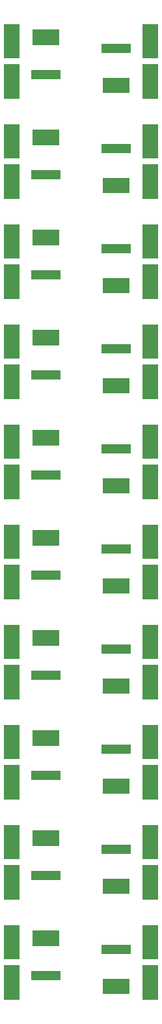
<source format=gbr>
G04 start of page 11 for group -4014 idx -4014 *
G04 Title: (unknown), bottompaste *
G04 Creator: pcb 4.0.2 *
G04 CreationDate: Fri Feb  3 04:46:59 2023 UTC *
G04 For: ndholmes *
G04 Format: Gerber/RS-274X *
G04 PCB-Dimensions (mil): 1620.00 5800.00 *
G04 PCB-Coordinate-Origin: lower left *
%MOIN*%
%FSLAX25Y25*%
%LNBOTTOMPASTE*%
%ADD29C,0.0001*%
G54D29*G36*
X55520Y515232D02*Y510508D01*
X70480D01*
Y515232D01*
X55520D01*
G37*
G36*
X56307Y535705D02*Y527831D01*
X69693D01*
Y535705D01*
X56307D01*
G37*
G36*
X49500Y518000D02*X41500D01*
Y500500D01*
X49500D01*
Y518000D01*
G37*
G36*
Y538500D02*X41500D01*
Y521000D01*
X49500D01*
Y538500D01*
G37*
G36*
X55520Y464232D02*Y459508D01*
X70480D01*
Y464232D01*
X55520D01*
G37*
G36*
X56307Y484705D02*Y476831D01*
X69693D01*
Y484705D01*
X56307D01*
G37*
G36*
X49500Y467000D02*X41500D01*
Y449500D01*
X49500D01*
Y467000D01*
G37*
G36*
Y487500D02*X41500D01*
Y470000D01*
X49500D01*
Y487500D01*
G37*
G36*
X55520Y413232D02*Y408508D01*
X70480D01*
Y413232D01*
X55520D01*
G37*
G36*
X56307Y433705D02*Y425831D01*
X69693D01*
Y433705D01*
X56307D01*
G37*
G36*
X49500Y416000D02*X41500D01*
Y398500D01*
X49500D01*
Y416000D01*
G37*
G36*
Y436500D02*X41500D01*
Y419000D01*
X49500D01*
Y436500D01*
G37*
G36*
X55520Y362232D02*Y357508D01*
X70480D01*
Y362232D01*
X55520D01*
G37*
G36*
X56307Y382705D02*Y374831D01*
X69693D01*
Y382705D01*
X56307D01*
G37*
G36*
X49500Y365000D02*X41500D01*
Y347500D01*
X49500D01*
Y365000D01*
G37*
G36*
Y385500D02*X41500D01*
Y368000D01*
X49500D01*
Y385500D01*
G37*
G36*
X55520Y311232D02*Y306508D01*
X70480D01*
Y311232D01*
X55520D01*
G37*
G36*
X56307Y331705D02*Y323831D01*
X69693D01*
Y331705D01*
X56307D01*
G37*
G36*
X49500Y314000D02*X41500D01*
Y296500D01*
X49500D01*
Y314000D01*
G37*
G36*
Y334500D02*X41500D01*
Y317000D01*
X49500D01*
Y334500D01*
G37*
G36*
X55520Y260232D02*Y255508D01*
X70480D01*
Y260232D01*
X55520D01*
G37*
G36*
X56307Y280705D02*Y272831D01*
X69693D01*
Y280705D01*
X56307D01*
G37*
G36*
X49500Y263000D02*X41500D01*
Y245500D01*
X49500D01*
Y263000D01*
G37*
G36*
Y283500D02*X41500D01*
Y266000D01*
X49500D01*
Y283500D01*
G37*
G36*
X55520Y209232D02*Y204508D01*
X70480D01*
Y209232D01*
X55520D01*
G37*
G36*
X56307Y229705D02*Y221831D01*
X69693D01*
Y229705D01*
X56307D01*
G37*
G36*
X49500Y212000D02*X41500D01*
Y194500D01*
X49500D01*
Y212000D01*
G37*
G36*
Y232500D02*X41500D01*
Y215000D01*
X49500D01*
Y232500D01*
G37*
G36*
X55520Y158232D02*Y153508D01*
X70480D01*
Y158232D01*
X55520D01*
G37*
G36*
X56307Y178705D02*Y170831D01*
X69693D01*
Y178705D01*
X56307D01*
G37*
G36*
X49500Y161000D02*X41500D01*
Y143500D01*
X49500D01*
Y161000D01*
G37*
G36*
Y181500D02*X41500D01*
Y164000D01*
X49500D01*
Y181500D01*
G37*
G36*
X55520Y107232D02*Y102508D01*
X70480D01*
Y107232D01*
X55520D01*
G37*
G36*
X56307Y127705D02*Y119831D01*
X69693D01*
Y127705D01*
X56307D01*
G37*
G36*
X49500Y110000D02*X41500D01*
Y92500D01*
X49500D01*
Y110000D01*
G37*
G36*
Y130500D02*X41500D01*
Y113000D01*
X49500D01*
Y130500D01*
G37*
G36*
X55520Y56232D02*Y51508D01*
X70480D01*
Y56232D01*
X55520D01*
G37*
G36*
X56307Y76705D02*Y68831D01*
X69693D01*
Y76705D01*
X56307D01*
G37*
G36*
X49500Y59000D02*X41500D01*
Y41500D01*
X49500D01*
Y59000D01*
G37*
G36*
Y79500D02*X41500D01*
Y62000D01*
X49500D01*
Y79500D01*
G37*
G36*
X91520Y69492D02*Y64768D01*
X106480D01*
Y69492D01*
X91520D01*
G37*
G36*
X92307Y52169D02*Y44295D01*
X105693D01*
Y52169D01*
X92307D01*
G37*
G36*
X120500Y79500D02*X112500D01*
Y62000D01*
X120500D01*
Y79500D01*
G37*
G36*
Y59000D02*X112500D01*
Y41500D01*
X120500D01*
Y59000D01*
G37*
G36*
X91520Y120492D02*Y115768D01*
X106480D01*
Y120492D01*
X91520D01*
G37*
G36*
X92307Y103169D02*Y95295D01*
X105693D01*
Y103169D01*
X92307D01*
G37*
G36*
X120500Y130500D02*X112500D01*
Y113000D01*
X120500D01*
Y130500D01*
G37*
G36*
Y110000D02*X112500D01*
Y92500D01*
X120500D01*
Y110000D01*
G37*
G36*
X91520Y171492D02*Y166768D01*
X106480D01*
Y171492D01*
X91520D01*
G37*
G36*
X92307Y154169D02*Y146295D01*
X105693D01*
Y154169D01*
X92307D01*
G37*
G36*
X120500Y181500D02*X112500D01*
Y164000D01*
X120500D01*
Y181500D01*
G37*
G36*
Y161000D02*X112500D01*
Y143500D01*
X120500D01*
Y161000D01*
G37*
G36*
X91520Y222492D02*Y217768D01*
X106480D01*
Y222492D01*
X91520D01*
G37*
G36*
X92307Y205169D02*Y197295D01*
X105693D01*
Y205169D01*
X92307D01*
G37*
G36*
X120500Y232500D02*X112500D01*
Y215000D01*
X120500D01*
Y232500D01*
G37*
G36*
Y212000D02*X112500D01*
Y194500D01*
X120500D01*
Y212000D01*
G37*
G36*
X91520Y273492D02*Y268768D01*
X106480D01*
Y273492D01*
X91520D01*
G37*
G36*
X92307Y256169D02*Y248295D01*
X105693D01*
Y256169D01*
X92307D01*
G37*
G36*
X120500Y283500D02*X112500D01*
Y266000D01*
X120500D01*
Y283500D01*
G37*
G36*
Y263000D02*X112500D01*
Y245500D01*
X120500D01*
Y263000D01*
G37*
G36*
X91520Y324492D02*Y319768D01*
X106480D01*
Y324492D01*
X91520D01*
G37*
G36*
X92307Y307169D02*Y299295D01*
X105693D01*
Y307169D01*
X92307D01*
G37*
G36*
X120500Y334500D02*X112500D01*
Y317000D01*
X120500D01*
Y334500D01*
G37*
G36*
Y314000D02*X112500D01*
Y296500D01*
X120500D01*
Y314000D01*
G37*
G36*
X91520Y375492D02*Y370768D01*
X106480D01*
Y375492D01*
X91520D01*
G37*
G36*
X92307Y358169D02*Y350295D01*
X105693D01*
Y358169D01*
X92307D01*
G37*
G36*
X120500Y385500D02*X112500D01*
Y368000D01*
X120500D01*
Y385500D01*
G37*
G36*
Y365000D02*X112500D01*
Y347500D01*
X120500D01*
Y365000D01*
G37*
G36*
X91520Y426492D02*Y421768D01*
X106480D01*
Y426492D01*
X91520D01*
G37*
G36*
X92307Y409169D02*Y401295D01*
X105693D01*
Y409169D01*
X92307D01*
G37*
G36*
X120500Y436500D02*X112500D01*
Y419000D01*
X120500D01*
Y436500D01*
G37*
G36*
Y416000D02*X112500D01*
Y398500D01*
X120500D01*
Y416000D01*
G37*
G36*
X91520Y477492D02*Y472768D01*
X106480D01*
Y477492D01*
X91520D01*
G37*
G36*
X92307Y460169D02*Y452295D01*
X105693D01*
Y460169D01*
X92307D01*
G37*
G36*
X120500Y487500D02*X112500D01*
Y470000D01*
X120500D01*
Y487500D01*
G37*
G36*
Y467000D02*X112500D01*
Y449500D01*
X120500D01*
Y467000D01*
G37*
G36*
X91520Y528492D02*Y523768D01*
X106480D01*
Y528492D01*
X91520D01*
G37*
G36*
X92307Y511169D02*Y503295D01*
X105693D01*
Y511169D01*
X92307D01*
G37*
G36*
X120500Y538500D02*X112500D01*
Y521000D01*
X120500D01*
Y538500D01*
G37*
G36*
Y518000D02*X112500D01*
Y500500D01*
X120500D01*
Y518000D01*
G37*
M02*

</source>
